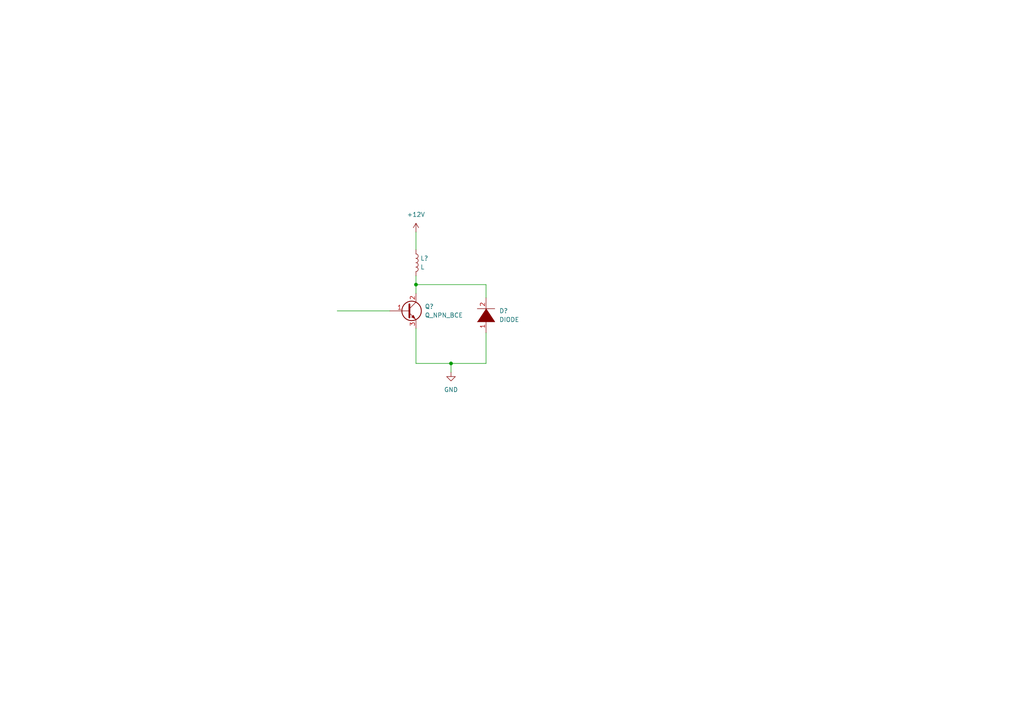
<source format=kicad_sch>
(kicad_sch (version 20211123) (generator eeschema)
  (paper "A4")
  (lib_symbols
    (symbol "Device:L" (pin_numbers hide) (pin_names (offset 1.016) hide)
      (property "Reference" "L" (at -1.27 0 90))
      (property "Value" "L" (at 1.905 0 90))
      (symbol "L_0_1"
        (arc (start 0 -2.54) (mid 0.635 -1.905) (end 0 -1.27))
        (arc (start 0 -1.27) (mid 0.635 -0.635) (end 0 0))
        (arc (start 0 0) (mid 0.635 0.635) (end 0 1.27))
        (arc (start 0 1.27) (mid 0.635 1.905) (end 0 2.54))
      )
      (symbol "L_1_1"
        (pin passive line (at 0 3.81 270) (length 1.27) (name "1") (number "1"))
        (pin passive line (at 0 -3.81 90) (length 1.27) (name "2") (number "2"))
      )
    )
    (symbol "Device:Q_NPN_BCE" (pin_names (offset 0) hide)
      (property "Reference" "Q" (at 5.08 1.27 0))
      (property "Value" "Q_NPN_BCE" (at 5.08 -1.27 0))
      (symbol "Q_NPN_BCE_0_1"
        (polyline (pts (xy 0.635 0.635) (xy 2.54 2.54)))
        (polyline (pts (xy 0.635 -0.635) (xy 2.54 -2.54) (xy 2.54 -2.54)))
        (polyline (pts (xy 0.635 1.905) (xy 0.635 -1.905) (xy 0.635 -1.905)) (stroke (width 0.508)))
        (polyline (pts (xy 1.27 -1.778) (xy 1.778 -1.27) (xy 2.286 -2.286) (xy 1.27 -1.778) (xy 1.27 -1.778)) (fill (type outline)))
        (circle (center 1.27 0) (radius 2.8194) (stroke (width 0.254)))
      )
      (symbol "Q_NPN_BCE_1_1"
        (pin input line (at -5.08 0 0) (length 5.715) (name "B") (number "1"))
        (pin passive line (at 2.54 5.08 270) (length 2.54) (name "C") (number "2"))
        (pin passive line (at 2.54 -5.08 90) (length 2.54) (name "E") (number "3"))
      )
    )
    (symbol "power:+12V" (power) (pin_names (offset 0))
      (property "Value" "+12V" (at 0 3.556 0))
      (symbol "+12V_0_1"
        (polyline (pts (xy -0.762 1.27) (xy 0 2.54)))
        (polyline (pts (xy 0 0) (xy 0 2.54)))
        (polyline (pts (xy 0 2.54) (xy 0.762 1.27)))
      )
      (symbol "+12V_1_1"
        (pin power_in line (at 0 0 90) (length 0) hide (name "+12V") (number "1"))
      )
    )
    (symbol "power:GND" (power) (pin_names (offset 0))
      (property "Value" "GND" (at 0 -3.81 0))
      (symbol "GND_0_1"
        (polyline (pts (xy 0 0) (xy 0 -1.27) (xy 1.27 -1.27) (xy 0 -2.54) (xy -1.27 -1.27) (xy 0 -1.27)))
      )
      (symbol "GND_1_1"
        (pin power_in line (at 0 0 270) (length 0) hide (name "GND") (number "1"))
      )
    )
    (symbol "pspice:DIODE" (pin_names (offset 1.016) hide)
      (property "Reference" "D" (at 0 3.81 0))
      (property "Value" "DIODE" (at 0 -4.445 0))
      (symbol "DIODE_0_1"
        (polyline (pts (xy 1.905 2.54) (xy 1.905 -2.54)))
        (polyline (pts (xy -1.905 2.54) (xy -1.905 -2.54) (xy 1.905 0)) (fill (type outline)))
      )
      (symbol "DIODE_1_1"
        (pin input line (at -5.08 0 0) (length 3.81) (name "K") (number "1"))
        (pin input line (at 5.08 0 180) (length 3.81) (name "A") (number "2"))
      )
    )
  )
  (junction (at 130.81 105.41))
  (junction (at 120.65 82.55))
  (wire (pts (xy 120.65 80.01) (xy 120.65 82.55)))
  (wire (pts (xy 140.97 86.36) (xy 140.97 82.55)))
  (wire (pts (xy 130.81 105.41) (xy 130.81 107.95)))
  (wire (pts (xy 120.65 67.31) (xy 120.65 72.39)))
  (wire (pts (xy 97.79 90.17) (xy 113.03 90.17)))
  (wire (pts (xy 120.65 82.55) (xy 120.65 85.09)))
  (wire (pts (xy 120.65 105.41) (xy 130.81 105.41)))
  (wire (pts (xy 130.81 105.41) (xy 140.97 105.41)))
  (wire (pts (xy 120.65 82.55) (xy 140.97 82.55)))
  (wire (pts (xy 120.65 95.25) (xy 120.65 105.41)))
  (wire (pts (xy 140.97 105.41) (xy 140.97 96.52)))
  (symbol (lib_id "power:GND") (at 130.81 107.95 0) (unit 1)
    (property "Reference" "#PWR?" (effects hide))
    (property "Value" "GND" (at 130.81 113.03 0))
  )
  (symbol (lib_id "pspice:DIODE") (at 140.97 91.44 90) (unit 1)
    (property "Reference" "D?" (at 144.78 90.1699 90) (effects (justify right)))
    (property "Value" "DIODE" (at 144.78 92.7099 90) (effects (justify right)))
  )
  (symbol (lib_id "Device:Q_NPN_BCE") (at 118.11 90.17 0) (unit 1)
    (property "Reference" "Q?" (at 123.19 88.8999 0) (effects (justify left)))
    (property "Value" "Q_NPN_BCE" (at 123.19 91.4399 0) (effects (justify left)))
  )
  (symbol (lib_id "Device:L") (at 120.65 76.2 0) (unit 1)
    (property "Reference" "L?" (at 121.92 74.9299 0) (effects (justify left)))
    (property "Value" "L" (at 121.92 77.4699 0) (effects (justify left)))
  )
  (symbol (lib_id "power:+12V") (at 120.65 67.31 0) (unit 1)
    (property "Reference" "#PWR?" (effects hide))
    (property "Value" "+12V" (at 120.65 62.23 0))
  )
)
</source>
